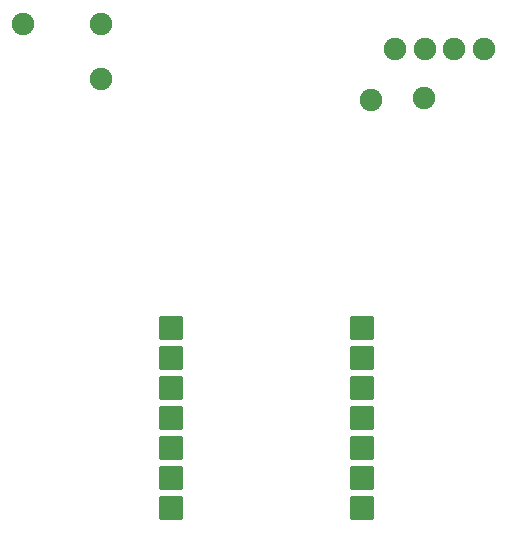
<source format=gbs>
G04 Layer: BottomSolderMaskLayer*
G04 EasyEDA v6.5.47, 2024-11-15 19:46:41*
G04 afbadec8b0bd41c99859eff7e483f8c8,fd2acee0f29b4e2aa60f5f2c6615e4e3,10*
G04 Gerber Generator version 0.2*
G04 Scale: 100 percent, Rotated: No, Reflected: No *
G04 Dimensions in millimeters *
G04 leading zeros omitted , absolute positions ,4 integer and 5 decimal *
%FSLAX45Y45*%
%MOMM*%

%AMMACRO1*4,1,28,-0.9,-1.0016,-0.9265,-0.9981,-0.9508,-0.9879,-0.9719,-0.9719,-0.9879,-0.9508,-0.9981,-0.9265,-1.0016,-0.9,-1.0016,0.9,-0.9981,0.9265,-0.9879,0.9508,-0.9719,0.9719,-0.9508,0.9879,-0.9265,0.9981,-0.9,1.0016,0.9,1.0016,0.9265,0.9981,0.9508,0.9879,0.9719,0.9719,0.9879,0.9508,0.9981,0.9265,1.0016,0.9,1.0016,-0.9,0.9981,-0.9265,0.9879,-0.9508,0.9719,-0.9719,0.9508,-0.9879,0.9265,-0.9981,0.9,-1.0016,-0.9,-1.0016,0*%
%ADD10MACRO1*%
%ADD11C,1.9016*%

%LPD*%
D10*
G01*
X2210879Y-3003544D03*
G01*
X2210879Y-3257544D03*
G01*
X594372Y-3257544D03*
G01*
X594372Y-3003544D03*
G01*
X2210879Y-3511544D03*
G01*
X594372Y-3765544D03*
G01*
X594372Y-3511544D03*
G01*
X2210879Y-2749544D03*
G01*
X594372Y-2749544D03*
G01*
X2210879Y-2241544D03*
G01*
X2210879Y-2495544D03*
G01*
X594372Y-2495544D03*
G01*
X594372Y-2241544D03*
G01*
X2210879Y-3765544D03*
D11*
G01*
X-660Y-128049D03*
G01*
X2730500Y-292107D03*
G01*
X2286000Y-304807D03*
G01*
X2989224Y126992D03*
G01*
X3239236Y126992D03*
G01*
X2739212Y126992D03*
G01*
X2489200Y126992D03*
G01*
X-658672Y339437D03*
G01*
X1752Y339437D03*
M02*

</source>
